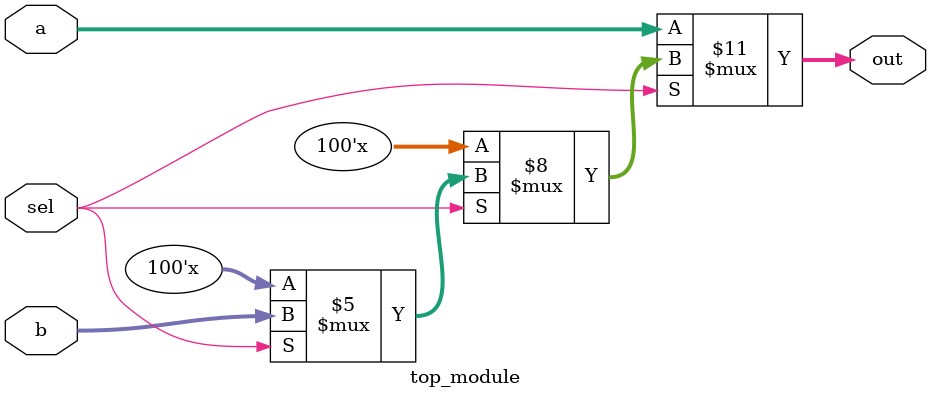
<source format=sv>
module top_module (
	input [99:0] a,
	input [99:0] b,
	input sel,
	output reg [99:0] out
);

always @ (a, b, sel)
begin
	if(sel == 0)
		out = a;
	else if(sel == 1)
		out = b;
end

endmodule

</source>
